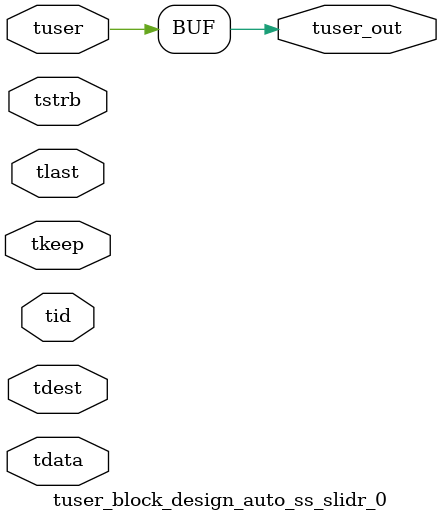
<source format=v>


`timescale 1ps/1ps

module tuser_block_design_auto_ss_slidr_0 #
(
parameter C_S_AXIS_TUSER_WIDTH = 1,
parameter C_S_AXIS_TDATA_WIDTH = 32,
parameter C_S_AXIS_TID_WIDTH   = 0,
parameter C_S_AXIS_TDEST_WIDTH = 0,
parameter C_M_AXIS_TUSER_WIDTH = 1
)
(
input  [(C_S_AXIS_TUSER_WIDTH == 0 ? 1 : C_S_AXIS_TUSER_WIDTH)-1:0     ] tuser,
input  [(C_S_AXIS_TDATA_WIDTH == 0 ? 1 : C_S_AXIS_TDATA_WIDTH)-1:0     ] tdata,
input  [(C_S_AXIS_TID_WIDTH   == 0 ? 1 : C_S_AXIS_TID_WIDTH)-1:0       ] tid,
input  [(C_S_AXIS_TDEST_WIDTH == 0 ? 1 : C_S_AXIS_TDEST_WIDTH)-1:0     ] tdest,
input  [(C_S_AXIS_TDATA_WIDTH/8)-1:0 ] tkeep,
input  [(C_S_AXIS_TDATA_WIDTH/8)-1:0 ] tstrb,
input                                                                    tlast,
output [C_M_AXIS_TUSER_WIDTH-1:0] tuser_out
);

assign tuser_out = {tuser[3:0]};

endmodule


</source>
